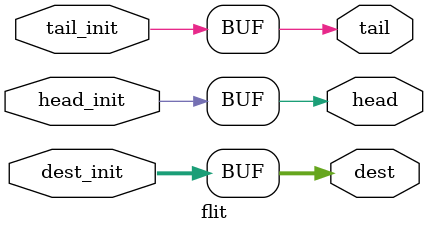
<source format=v>
module flit(head,tail,dest,head_init,tail_init,dest_init);
input head_init,tail_init;
input [9:0] dest_init;
output reg head,tail;
output reg [9:0] dest;
always @(head_init or tail_init or dest_init)
begin
head=head_init;
tail=tail_init;
dest=dest_init;
end
endmodule
</source>
